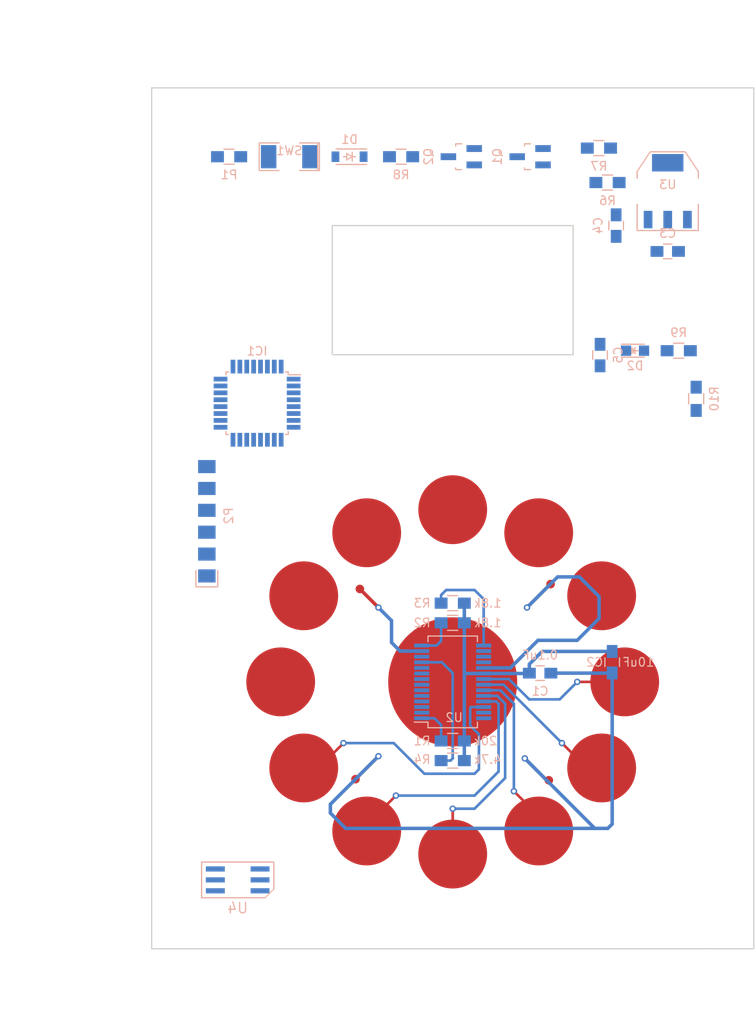
<source format=kicad_pcb>
(kicad_pcb (version 4) (host pcbnew 4.0.2-4+6225~38~ubuntu14.04.1-stable)

  (general
    (links 79)
    (no_connects 58)
    (area 114.924999 34.924999 185.075001 135.075001)
    (thickness 1.6)
    (drawings 43)
    (tracks 112)
    (zones 0)
    (modules 26)
    (nets 57)
  )

  (page A4)
  (layers
    (0 F.Cu signal)
    (31 B.Cu signal)
    (32 B.Adhes user)
    (33 F.Adhes user)
    (34 B.Paste user)
    (35 F.Paste user)
    (36 B.SilkS user)
    (37 F.SilkS user)
    (38 B.Mask user)
    (39 F.Mask user)
    (40 Dwgs.User user)
    (41 Cmts.User user)
    (42 Eco1.User user)
    (43 Eco2.User user)
    (44 Edge.Cuts user)
    (45 Margin user)
    (46 B.CrtYd user)
    (47 F.CrtYd user hide)
    (48 B.Fab user)
    (49 F.Fab user)
  )

  (setup
    (last_trace_width 0.305)
    (trace_clearance 0.2)
    (zone_clearance 0.508)
    (zone_45_only no)
    (trace_min 0.2)
    (segment_width 0.2)
    (edge_width 0.15)
    (via_size 0.75)
    (via_drill 0.4)
    (via_min_size 0.4)
    (via_min_drill 0.3)
    (uvia_size 0.3)
    (uvia_drill 0.1)
    (uvias_allowed no)
    (uvia_min_size 0.2)
    (uvia_min_drill 0.1)
    (pcb_text_width 0.3)
    (pcb_text_size 1.5 1.5)
    (mod_edge_width 0.15)
    (mod_text_size 1 1)
    (mod_text_width 0.15)
    (pad_size 1.524 1.524)
    (pad_drill 0.762)
    (pad_to_mask_clearance 0.2)
    (aux_axis_origin 0 0)
    (grid_origin 150 104)
    (visible_elements 7FFFF77F)
    (pcbplotparams
      (layerselection 0x00030_80000001)
      (usegerberextensions false)
      (excludeedgelayer true)
      (linewidth 0.100000)
      (plotframeref false)
      (viasonmask false)
      (mode 1)
      (useauxorigin false)
      (hpglpennumber 1)
      (hpglpenspeed 20)
      (hpglpendiameter 15)
      (hpglpenoverlay 2)
      (psnegative false)
      (psa4output false)
      (plotreference true)
      (plotvalue true)
      (plotinvisibletext false)
      (padsonsilk false)
      (subtractmaskfromsilk false)
      (outputformat 1)
      (mirror false)
      (drillshape 1)
      (scaleselection 1)
      (outputdirectory ""))
  )

  (net 0 "")
  (net 1 "Net-(IC1-Pad1)")
  (net 2 "Net-(IC1-Pad2)")
  (net 3 "Net-(IC1-Pad7)")
  (net 4 "Net-(IC1-Pad8)")
  (net 5 "Net-(IC1-Pad9)")
  (net 6 "Net-(IC1-Pad12)")
  (net 7 "Net-(IC1-Pad14)")
  (net 8 "Net-(IC1-Pad18)")
  (net 9 "Net-(IC1-Pad19)")
  (net 10 "Net-(IC1-Pad20)")
  (net 11 "Net-(IC1-Pad22)")
  (net 12 "Net-(IC1-Pad23)")
  (net 13 "Net-(IC1-Pad24)")
  (net 14 "Net-(IC1-Pad25)")
  (net 15 "Net-(IC1-Pad26)")
  (net 16 /SDA)
  (net 17 /SCL)
  (net 18 "Net-(IC1-Pad30)")
  (net 19 "Net-(IC1-Pad31)")
  (net 20 /INT)
  (net 21 /RX12)
  (net 22 /RX11)
  (net 23 /RX10)
  (net 24 /RX9)
  (net 25 /RX2)
  (net 26 /RX0)
  (net 27 /RX1)
  (net 28 /RX8)
  (net 29 /RX7)
  (net 30 /RX6)
  (net 31 /RX3)
  (net 32 /RX5)
  (net 33 /RX4)
  (net 34 "Net-(U2-Pad6)")
  (net 35 "Net-(U2-Pad9)")
  (net 36 "Net-(U2-Pad10)")
  (net 37 "Net-(U2-Pad27)")
  (net 38 "Net-(U2-Pad28)")
  (net 39 GND)
  (net 40 "Net-(R1-Pad2)")
  (net 41 /3V3)
  (net 42 /SWITCHED_POWER)
  (net 43 /POWER)
  (net 44 "Net-(D1-Pad2)")
  (net 45 "Net-(D2-Pad2)")
  (net 46 /NBASE_ON)
  (net 47 /MOSI)
  (net 48 /MISO)
  (net 49 /SCK)
  (net 50 /RESET)
  (net 51 /NBASE)
  (net 52 /PBASE)
  (net 53 /DI)
  (net 54 /CI)
  (net 55 /VCC)
  (net 56 "Net-(U2-Pad12)")

  (net_class Default "This is the default net class."
    (clearance 0.2)
    (trace_width 0.305)
    (via_dia 0.75)
    (via_drill 0.4)
    (uvia_dia 0.3)
    (uvia_drill 0.1)
    (add_net /CI)
    (add_net /DI)
    (add_net /INT)
    (add_net /MISO)
    (add_net /MOSI)
    (add_net /NBASE)
    (add_net /NBASE_ON)
    (add_net /PBASE)
    (add_net /RESET)
    (add_net /RX0)
    (add_net /RX1)
    (add_net /RX10)
    (add_net /RX11)
    (add_net /RX12)
    (add_net /RX2)
    (add_net /RX3)
    (add_net /RX4)
    (add_net /RX5)
    (add_net /RX6)
    (add_net /RX7)
    (add_net /RX8)
    (add_net /RX9)
    (add_net /SCK)
    (add_net /SCL)
    (add_net /SDA)
    (add_net /VCC)
    (add_net "Net-(D1-Pad2)")
    (add_net "Net-(D2-Pad2)")
    (add_net "Net-(IC1-Pad1)")
    (add_net "Net-(IC1-Pad12)")
    (add_net "Net-(IC1-Pad14)")
    (add_net "Net-(IC1-Pad18)")
    (add_net "Net-(IC1-Pad19)")
    (add_net "Net-(IC1-Pad2)")
    (add_net "Net-(IC1-Pad20)")
    (add_net "Net-(IC1-Pad22)")
    (add_net "Net-(IC1-Pad23)")
    (add_net "Net-(IC1-Pad24)")
    (add_net "Net-(IC1-Pad25)")
    (add_net "Net-(IC1-Pad26)")
    (add_net "Net-(IC1-Pad30)")
    (add_net "Net-(IC1-Pad31)")
    (add_net "Net-(IC1-Pad7)")
    (add_net "Net-(IC1-Pad8)")
    (add_net "Net-(IC1-Pad9)")
    (add_net "Net-(R1-Pad2)")
    (add_net "Net-(U2-Pad10)")
    (add_net "Net-(U2-Pad12)")
    (add_net "Net-(U2-Pad27)")
    (add_net "Net-(U2-Pad28)")
    (add_net "Net-(U2-Pad6)")
    (add_net "Net-(U2-Pad9)")
  )

  (net_class GND ""
    (clearance 0.2)
    (trace_width 0.406)
    (via_dia 0.75)
    (via_drill 0.4)
    (uvia_dia 0.3)
    (uvia_drill 0.1)
    (add_net GND)
  )

  (net_class VCC ""
    (clearance 0.2)
    (trace_width 0.406)
    (via_dia 0.75)
    (via_drill 0.4)
    (uvia_dia 0.3)
    (uvia_drill 0.1)
    (add_net /3V3)
    (add_net /POWER)
    (add_net /SWITCHED_POWER)
  )

  (module touch_timer:CPA_12 (layer F.Cu) (tedit 570B97C0) (tstamp 570E3B2A)
    (at 150 104)
    (path /5704144A)
    (fp_text reference U1 (at 0 -24.975) (layer F.SilkS) hide
      (effects (font (size 1.2 1.2) (thickness 0.15)))
    )
    (fp_text value TOUCH_PAD_13 (at 0 24.975) (layer F.Fab) hide
      (effects (font (size 1.2 1.2) (thickness 0.15)))
    )
    (pad 14 smd circle (at -10.795 -10.795) (size 1 1) (layers F.Cu)
      (net 39 GND))
    (pad 14 smd circle (at 11.3792 -11.3538) (size 1 1) (layers F.Cu)
      (net 39 GND))
    (pad 14 smd circle (at 11.176 11.43) (size 1 1) (layers F.Cu)
      (net 39 GND))
    (pad 14 smd circle (at -11.303 11.303) (size 1 1) (layers F.Cu)
      (net 39 GND))
    (pad 13 smd circle (at 0 0) (size 15 15) (layers F.Cu)
      (net 21 /RX12))
    (pad 1 smd circle (at 0 -20) (size 8 8) (layers F.Cu)
      (net 26 /RX0))
    (pad 2 smd circle (at 9.999999 -17.320508) (size 8 8) (layers F.Cu)
      (net 27 /RX1))
    (pad 3 smd circle (at 17.320508 -10) (size 8 8) (layers F.Cu)
      (net 25 /RX2))
    (pad 4 smd circle (at 20 0) (size 8 8) (layers F.Cu)
      (net 31 /RX3))
    (pad 5 smd circle (at 17.320508 9.999999) (size 8 8) (layers F.Cu)
      (net 33 /RX4))
    (pad 6 smd circle (at 9.999999 17.320508) (size 8 8) (layers F.Cu)
      (net 32 /RX5))
    (pad 7 smd circle (at 0 20) (size 8 8) (layers F.Cu)
      (net 30 /RX6))
    (pad 8 smd circle (at -10 17.320508) (size 8 8) (layers F.Cu)
      (net 29 /RX7))
    (pad 9 smd circle (at -17.320508 10) (size 8 8) (layers F.Cu)
      (net 28 /RX8))
    (pad 10 smd circle (at -20 0) (size 8 8) (layers F.Cu)
      (net 24 /RX9))
    (pad 11 smd circle (at -17.320508 -10) (size 8 8) (layers F.Cu)
      (net 23 /RX10))
    (pad 12 smd circle (at -10 -17.320508) (size 8 8) (layers F.Cu)
      (net 22 /RX11))
  )

  (module Housings_QFP:TQFP-32_7x7mm_Pitch0.8mm (layer B.Cu) (tedit 54130A77) (tstamp 5703B7CB)
    (at 127.254 71.628 180)
    (descr "32-Lead Plastic Thin Quad Flatpack (PT) - 7x7x1.0 mm Body, 2.00 mm [TQFP] (see Microchip Packaging Specification 00000049BS.pdf)")
    (tags "QFP 0.8")
    (path /5703AB3B)
    (attr smd)
    (fp_text reference IC1 (at 0 6.05 180) (layer B.SilkS)
      (effects (font (size 1 1) (thickness 0.15)) (justify mirror))
    )
    (fp_text value ATMEGA328P-A (at 0 -6.05 180) (layer B.Fab)
      (effects (font (size 1 1) (thickness 0.15)) (justify mirror))
    )
    (fp_line (start -5.3 5.3) (end -5.3 -5.3) (layer B.CrtYd) (width 0.05))
    (fp_line (start 5.3 5.3) (end 5.3 -5.3) (layer B.CrtYd) (width 0.05))
    (fp_line (start -5.3 5.3) (end 5.3 5.3) (layer B.CrtYd) (width 0.05))
    (fp_line (start -5.3 -5.3) (end 5.3 -5.3) (layer B.CrtYd) (width 0.05))
    (fp_line (start -3.625 3.625) (end -3.625 3.3) (layer B.SilkS) (width 0.15))
    (fp_line (start 3.625 3.625) (end 3.625 3.3) (layer B.SilkS) (width 0.15))
    (fp_line (start 3.625 -3.625) (end 3.625 -3.3) (layer B.SilkS) (width 0.15))
    (fp_line (start -3.625 -3.625) (end -3.625 -3.3) (layer B.SilkS) (width 0.15))
    (fp_line (start -3.625 3.625) (end -3.3 3.625) (layer B.SilkS) (width 0.15))
    (fp_line (start -3.625 -3.625) (end -3.3 -3.625) (layer B.SilkS) (width 0.15))
    (fp_line (start 3.625 -3.625) (end 3.3 -3.625) (layer B.SilkS) (width 0.15))
    (fp_line (start 3.625 3.625) (end 3.3 3.625) (layer B.SilkS) (width 0.15))
    (fp_line (start -3.625 3.3) (end -5.05 3.3) (layer B.SilkS) (width 0.15))
    (pad 1 smd rect (at -4.25 2.8 180) (size 1.6 0.55) (layers B.Cu B.Paste B.Mask)
      (net 1 "Net-(IC1-Pad1)"))
    (pad 2 smd rect (at -4.25 2 180) (size 1.6 0.55) (layers B.Cu B.Paste B.Mask)
      (net 2 "Net-(IC1-Pad2)"))
    (pad 3 smd rect (at -4.25 1.2 180) (size 1.6 0.55) (layers B.Cu B.Paste B.Mask)
      (net 39 GND))
    (pad 4 smd rect (at -4.25 0.4 180) (size 1.6 0.55) (layers B.Cu B.Paste B.Mask)
      (net 41 /3V3))
    (pad 5 smd rect (at -4.25 -0.4 180) (size 1.6 0.55) (layers B.Cu B.Paste B.Mask)
      (net 39 GND))
    (pad 6 smd rect (at -4.25 -1.2 180) (size 1.6 0.55) (layers B.Cu B.Paste B.Mask)
      (net 41 /3V3))
    (pad 7 smd rect (at -4.25 -2 180) (size 1.6 0.55) (layers B.Cu B.Paste B.Mask)
      (net 3 "Net-(IC1-Pad7)"))
    (pad 8 smd rect (at -4.25 -2.8 180) (size 1.6 0.55) (layers B.Cu B.Paste B.Mask)
      (net 4 "Net-(IC1-Pad8)"))
    (pad 9 smd rect (at -2.8 -4.25 90) (size 1.6 0.55) (layers B.Cu B.Paste B.Mask)
      (net 5 "Net-(IC1-Pad9)"))
    (pad 10 smd rect (at -2 -4.25 90) (size 1.6 0.55) (layers B.Cu B.Paste B.Mask)
      (net 53 /DI))
    (pad 11 smd rect (at -1.2 -4.25 90) (size 1.6 0.55) (layers B.Cu B.Paste B.Mask)
      (net 54 /CI))
    (pad 12 smd rect (at -0.4 -4.25 90) (size 1.6 0.55) (layers B.Cu B.Paste B.Mask)
      (net 6 "Net-(IC1-Pad12)"))
    (pad 13 smd rect (at 0.4 -4.25 90) (size 1.6 0.55) (layers B.Cu B.Paste B.Mask)
      (net 46 /NBASE_ON))
    (pad 14 smd rect (at 1.2 -4.25 90) (size 1.6 0.55) (layers B.Cu B.Paste B.Mask)
      (net 7 "Net-(IC1-Pad14)"))
    (pad 15 smd rect (at 2 -4.25 90) (size 1.6 0.55) (layers B.Cu B.Paste B.Mask)
      (net 47 /MOSI))
    (pad 16 smd rect (at 2.8 -4.25 90) (size 1.6 0.55) (layers B.Cu B.Paste B.Mask)
      (net 48 /MISO))
    (pad 17 smd rect (at 4.25 -2.8 180) (size 1.6 0.55) (layers B.Cu B.Paste B.Mask)
      (net 49 /SCK))
    (pad 18 smd rect (at 4.25 -2 180) (size 1.6 0.55) (layers B.Cu B.Paste B.Mask)
      (net 8 "Net-(IC1-Pad18)"))
    (pad 19 smd rect (at 4.25 -1.2 180) (size 1.6 0.55) (layers B.Cu B.Paste B.Mask)
      (net 9 "Net-(IC1-Pad19)"))
    (pad 20 smd rect (at 4.25 -0.4 180) (size 1.6 0.55) (layers B.Cu B.Paste B.Mask)
      (net 10 "Net-(IC1-Pad20)"))
    (pad 21 smd rect (at 4.25 0.4 180) (size 1.6 0.55) (layers B.Cu B.Paste B.Mask)
      (net 39 GND))
    (pad 22 smd rect (at 4.25 1.2 180) (size 1.6 0.55) (layers B.Cu B.Paste B.Mask)
      (net 11 "Net-(IC1-Pad22)"))
    (pad 23 smd rect (at 4.25 2 180) (size 1.6 0.55) (layers B.Cu B.Paste B.Mask)
      (net 12 "Net-(IC1-Pad23)"))
    (pad 24 smd rect (at 4.25 2.8 180) (size 1.6 0.55) (layers B.Cu B.Paste B.Mask)
      (net 13 "Net-(IC1-Pad24)"))
    (pad 25 smd rect (at 2.8 4.25 90) (size 1.6 0.55) (layers B.Cu B.Paste B.Mask)
      (net 14 "Net-(IC1-Pad25)"))
    (pad 26 smd rect (at 2 4.25 90) (size 1.6 0.55) (layers B.Cu B.Paste B.Mask)
      (net 15 "Net-(IC1-Pad26)"))
    (pad 27 smd rect (at 1.2 4.25 90) (size 1.6 0.55) (layers B.Cu B.Paste B.Mask)
      (net 16 /SDA))
    (pad 28 smd rect (at 0.4 4.25 90) (size 1.6 0.55) (layers B.Cu B.Paste B.Mask)
      (net 17 /SCL))
    (pad 29 smd rect (at -0.4 4.25 90) (size 1.6 0.55) (layers B.Cu B.Paste B.Mask)
      (net 50 /RESET))
    (pad 30 smd rect (at -1.2 4.25 90) (size 1.6 0.55) (layers B.Cu B.Paste B.Mask)
      (net 18 "Net-(IC1-Pad30)"))
    (pad 31 smd rect (at -2 4.25 90) (size 1.6 0.55) (layers B.Cu B.Paste B.Mask)
      (net 19 "Net-(IC1-Pad31)"))
    (pad 32 smd rect (at -2.8 4.25 90) (size 1.6 0.55) (layers B.Cu B.Paste B.Mask)
      (net 20 /INT))
    (model Housings_QFP.3dshapes/TQFP-32_7x7mm_Pitch0.8mm.wrl
      (at (xyz 0 0 0))
      (scale (xyz 1 1 1))
      (rotate (xyz 0 0 0))
    )
  )

  (module Capacitors_SMD:C_0805_HandSoldering (layer B.Cu) (tedit 570E3B84) (tstamp 5704FBD7)
    (at 160.16 102.984)
    (descr "Capacitor SMD 0805, hand soldering")
    (tags "capacitor 0805")
    (path /5704FB03)
    (attr smd)
    (fp_text reference C1 (at 0 2.1) (layer B.SilkS)
      (effects (font (size 1 1) (thickness 0.15)) (justify mirror))
    )
    (fp_text value 0.1uF (at 0 -2.1) (layer B.SilkS)
      (effects (font (size 1 1) (thickness 0.15)) (justify mirror))
    )
    (fp_line (start -2.3 1) (end 2.3 1) (layer B.CrtYd) (width 0.05))
    (fp_line (start -2.3 -1) (end 2.3 -1) (layer B.CrtYd) (width 0.05))
    (fp_line (start -2.3 1) (end -2.3 -1) (layer B.CrtYd) (width 0.05))
    (fp_line (start 2.3 1) (end 2.3 -1) (layer B.CrtYd) (width 0.05))
    (fp_line (start 0.5 0.85) (end -0.5 0.85) (layer B.SilkS) (width 0.15))
    (fp_line (start -0.5 -0.85) (end 0.5 -0.85) (layer B.SilkS) (width 0.15))
    (pad 1 smd rect (at -1.25 0) (size 1.5 1.25) (layers B.Cu B.Paste B.Mask)
      (net 41 /3V3))
    (pad 2 smd rect (at 1.25 0) (size 1.5 1.25) (layers B.Cu B.Paste B.Mask)
      (net 39 GND))
    (model Capacitors_SMD.3dshapes/C_0805_HandSoldering.wrl
      (at (xyz 0 0 0))
      (scale (xyz 1 1 1))
      (rotate (xyz 0 0 0))
    )
  )

  (module Capacitors_SMD:C_0805_HandSoldering (layer B.Cu) (tedit 570E3BAE) (tstamp 5704FBDD)
    (at 168.542 101.714 270)
    (descr "Capacitor SMD 0805, hand soldering")
    (tags "capacitor 0805")
    (path /5704FB99)
    (attr smd)
    (fp_text reference C2 (at 0 2.032 360) (layer B.SilkS)
      (effects (font (size 1 1) (thickness 0.15)) (justify mirror))
    )
    (fp_text value 10uF (at 0 -3.048 360) (layer B.SilkS)
      (effects (font (size 1 1) (thickness 0.15)) (justify mirror))
    )
    (fp_line (start -2.3 1) (end 2.3 1) (layer B.CrtYd) (width 0.05))
    (fp_line (start -2.3 -1) (end 2.3 -1) (layer B.CrtYd) (width 0.05))
    (fp_line (start -2.3 1) (end -2.3 -1) (layer B.CrtYd) (width 0.05))
    (fp_line (start 2.3 1) (end 2.3 -1) (layer B.CrtYd) (width 0.05))
    (fp_line (start 0.5 0.85) (end -0.5 0.85) (layer B.SilkS) (width 0.15))
    (fp_line (start -0.5 -0.85) (end 0.5 -0.85) (layer B.SilkS) (width 0.15))
    (pad 1 smd rect (at -1.25 0 270) (size 1.5 1.25) (layers B.Cu B.Paste B.Mask)
      (net 41 /3V3))
    (pad 2 smd rect (at 1.25 0 270) (size 1.5 1.25) (layers B.Cu B.Paste B.Mask)
      (net 39 GND))
    (model Capacitors_SMD.3dshapes/C_0805_HandSoldering.wrl
      (at (xyz 0 0 0))
      (scale (xyz 1 1 1))
      (rotate (xyz 0 0 0))
    )
  )

  (module Resistors_SMD:R_0805_HandSoldering (layer B.Cu) (tedit 570E3C05) (tstamp 5704FBE3)
    (at 150 110.858 180)
    (descr "Resistor SMD 0805, hand soldering")
    (tags "resistor 0805")
    (path /5704F972)
    (attr smd)
    (fp_text reference R1 (at 3.556 0 180) (layer B.SilkS)
      (effects (font (size 1 1) (thickness 0.15)) (justify mirror))
    )
    (fp_text value 20k (at -3.81 0 180) (layer B.SilkS)
      (effects (font (size 1 1) (thickness 0.15)) (justify mirror))
    )
    (fp_line (start -2.4 1) (end 2.4 1) (layer B.CrtYd) (width 0.05))
    (fp_line (start -2.4 -1) (end 2.4 -1) (layer B.CrtYd) (width 0.05))
    (fp_line (start -2.4 1) (end -2.4 -1) (layer B.CrtYd) (width 0.05))
    (fp_line (start 2.4 1) (end 2.4 -1) (layer B.CrtYd) (width 0.05))
    (fp_line (start 0.6 -0.875) (end -0.6 -0.875) (layer B.SilkS) (width 0.15))
    (fp_line (start -0.6 0.875) (end 0.6 0.875) (layer B.SilkS) (width 0.15))
    (pad 1 smd rect (at -1.35 0 180) (size 1.5 1.3) (layers B.Cu B.Paste B.Mask)
      (net 41 /3V3))
    (pad 2 smd rect (at 1.35 0 180) (size 1.5 1.3) (layers B.Cu B.Paste B.Mask)
      (net 40 "Net-(R1-Pad2)"))
    (model Resistors_SMD.3dshapes/R_0805_HandSoldering.wrl
      (at (xyz 0 0 0))
      (scale (xyz 1 1 1))
      (rotate (xyz 0 0 0))
    )
  )

  (module Resistors_SMD:R_0805_HandSoldering (layer B.Cu) (tedit 570E3B70) (tstamp 5704FBE9)
    (at 150 97.142 180)
    (descr "Resistor SMD 0805, hand soldering")
    (tags "resistor 0805")
    (path /5704F448)
    (attr smd)
    (fp_text reference R2 (at 3.556 0 180) (layer B.SilkS)
      (effects (font (size 1 1) (thickness 0.15)) (justify mirror))
    )
    (fp_text value 1.8k (at -4.064 0 180) (layer B.SilkS)
      (effects (font (size 1 1) (thickness 0.15)) (justify mirror))
    )
    (fp_line (start -2.4 1) (end 2.4 1) (layer B.CrtYd) (width 0.05))
    (fp_line (start -2.4 -1) (end 2.4 -1) (layer B.CrtYd) (width 0.05))
    (fp_line (start -2.4 1) (end -2.4 -1) (layer B.CrtYd) (width 0.05))
    (fp_line (start 2.4 1) (end 2.4 -1) (layer B.CrtYd) (width 0.05))
    (fp_line (start 0.6 -0.875) (end -0.6 -0.875) (layer B.SilkS) (width 0.15))
    (fp_line (start -0.6 0.875) (end 0.6 0.875) (layer B.SilkS) (width 0.15))
    (pad 1 smd rect (at -1.35 0 180) (size 1.5 1.3) (layers B.Cu B.Paste B.Mask)
      (net 41 /3V3))
    (pad 2 smd rect (at 1.35 0 180) (size 1.5 1.3) (layers B.Cu B.Paste B.Mask)
      (net 16 /SDA))
    (model Resistors_SMD.3dshapes/R_0805_HandSoldering.wrl
      (at (xyz 0 0 0))
      (scale (xyz 1 1 1))
      (rotate (xyz 0 0 0))
    )
  )

  (module Resistors_SMD:R_0805_HandSoldering (layer B.Cu) (tedit 570E3B69) (tstamp 5704FBEF)
    (at 150 94.856 180)
    (descr "Resistor SMD 0805, hand soldering")
    (tags "resistor 0805")
    (path /5704F490)
    (attr smd)
    (fp_text reference R3 (at 3.556 0 180) (layer B.SilkS)
      (effects (font (size 1 1) (thickness 0.15)) (justify mirror))
    )
    (fp_text value 1.8k (at -4.064 0 180) (layer B.SilkS)
      (effects (font (size 1 1) (thickness 0.15)) (justify mirror))
    )
    (fp_line (start -2.4 1) (end 2.4 1) (layer B.CrtYd) (width 0.05))
    (fp_line (start -2.4 -1) (end 2.4 -1) (layer B.CrtYd) (width 0.05))
    (fp_line (start -2.4 1) (end -2.4 -1) (layer B.CrtYd) (width 0.05))
    (fp_line (start 2.4 1) (end 2.4 -1) (layer B.CrtYd) (width 0.05))
    (fp_line (start 0.6 -0.875) (end -0.6 -0.875) (layer B.SilkS) (width 0.15))
    (fp_line (start -0.6 0.875) (end 0.6 0.875) (layer B.SilkS) (width 0.15))
    (pad 1 smd rect (at -1.35 0 180) (size 1.5 1.3) (layers B.Cu B.Paste B.Mask)
      (net 41 /3V3))
    (pad 2 smd rect (at 1.35 0 180) (size 1.5 1.3) (layers B.Cu B.Paste B.Mask)
      (net 17 /SCL))
    (model Resistors_SMD.3dshapes/R_0805_HandSoldering.wrl
      (at (xyz 0 0 0))
      (scale (xyz 1 1 1))
      (rotate (xyz 0 0 0))
    )
  )

  (module Resistors_SMD:R_0805_HandSoldering (layer B.Cu) (tedit 570E3BDE) (tstamp 5704FBF5)
    (at 150 113.144 180)
    (descr "Resistor SMD 0805, hand soldering")
    (tags "resistor 0805")
    (path /5704F5FC)
    (attr smd)
    (fp_text reference R4 (at 3.556 0.127 180) (layer B.SilkS)
      (effects (font (size 1 1) (thickness 0.15)) (justify mirror))
    )
    (fp_text value 4.7k (at -4.064 0.127 180) (layer B.SilkS)
      (effects (font (size 1 1) (thickness 0.15)) (justify mirror))
    )
    (fp_line (start -2.4 1) (end 2.4 1) (layer B.CrtYd) (width 0.05))
    (fp_line (start -2.4 -1) (end 2.4 -1) (layer B.CrtYd) (width 0.05))
    (fp_line (start -2.4 1) (end -2.4 -1) (layer B.CrtYd) (width 0.05))
    (fp_line (start 2.4 1) (end 2.4 -1) (layer B.CrtYd) (width 0.05))
    (fp_line (start 0.6 -0.875) (end -0.6 -0.875) (layer B.SilkS) (width 0.15))
    (fp_line (start -0.6 0.875) (end 0.6 0.875) (layer B.SilkS) (width 0.15))
    (pad 1 smd rect (at -1.35 0 180) (size 1.5 1.3) (layers B.Cu B.Paste B.Mask)
      (net 41 /3V3))
    (pad 2 smd rect (at 1.35 0 180) (size 1.5 1.3) (layers B.Cu B.Paste B.Mask)
      (net 20 /INT))
    (model Resistors_SMD.3dshapes/R_0805_HandSoldering.wrl
      (at (xyz 0 0 0))
      (scale (xyz 1 1 1))
      (rotate (xyz 0 0 0))
    )
  )

  (module Capacitors_SMD:C_0805_HandSoldering (layer B.Cu) (tedit 541A9B8D) (tstamp 57055EF2)
    (at 175 54 180)
    (descr "Capacitor SMD 0805, hand soldering")
    (tags "capacitor 0805")
    (path /5705660F)
    (attr smd)
    (fp_text reference C3 (at 0 2.1 180) (layer B.SilkS)
      (effects (font (size 1 1) (thickness 0.15)) (justify mirror))
    )
    (fp_text value 1uF (at 0 -2.1 180) (layer B.Fab)
      (effects (font (size 1 1) (thickness 0.15)) (justify mirror))
    )
    (fp_line (start -2.3 1) (end 2.3 1) (layer B.CrtYd) (width 0.05))
    (fp_line (start -2.3 -1) (end 2.3 -1) (layer B.CrtYd) (width 0.05))
    (fp_line (start -2.3 1) (end -2.3 -1) (layer B.CrtYd) (width 0.05))
    (fp_line (start 2.3 1) (end 2.3 -1) (layer B.CrtYd) (width 0.05))
    (fp_line (start 0.5 0.85) (end -0.5 0.85) (layer B.SilkS) (width 0.15))
    (fp_line (start -0.5 -0.85) (end 0.5 -0.85) (layer B.SilkS) (width 0.15))
    (pad 1 smd rect (at -1.25 0 180) (size 1.5 1.25) (layers B.Cu B.Paste B.Mask)
      (net 42 /SWITCHED_POWER))
    (pad 2 smd rect (at 1.25 0 180) (size 1.5 1.25) (layers B.Cu B.Paste B.Mask)
      (net 39 GND))
    (model Capacitors_SMD.3dshapes/C_0805_HandSoldering.wrl
      (at (xyz 0 0 0))
      (scale (xyz 1 1 1))
      (rotate (xyz 0 0 0))
    )
  )

  (module Capacitors_SMD:C_0805_HandSoldering (layer B.Cu) (tedit 541A9B8D) (tstamp 57055EF8)
    (at 169 51 270)
    (descr "Capacitor SMD 0805, hand soldering")
    (tags "capacitor 0805")
    (path /5705660E)
    (attr smd)
    (fp_text reference C4 (at 0 2.1 270) (layer B.SilkS)
      (effects (font (size 1 1) (thickness 0.15)) (justify mirror))
    )
    (fp_text value 1uF (at 0 -2.1 270) (layer B.Fab)
      (effects (font (size 1 1) (thickness 0.15)) (justify mirror))
    )
    (fp_line (start -2.3 1) (end 2.3 1) (layer B.CrtYd) (width 0.05))
    (fp_line (start -2.3 -1) (end 2.3 -1) (layer B.CrtYd) (width 0.05))
    (fp_line (start -2.3 1) (end -2.3 -1) (layer B.CrtYd) (width 0.05))
    (fp_line (start 2.3 1) (end 2.3 -1) (layer B.CrtYd) (width 0.05))
    (fp_line (start 0.5 0.85) (end -0.5 0.85) (layer B.SilkS) (width 0.15))
    (fp_line (start -0.5 -0.85) (end 0.5 -0.85) (layer B.SilkS) (width 0.15))
    (pad 1 smd rect (at -1.25 0 270) (size 1.5 1.25) (layers B.Cu B.Paste B.Mask)
      (net 41 /3V3))
    (pad 2 smd rect (at 1.25 0 270) (size 1.5 1.25) (layers B.Cu B.Paste B.Mask)
      (net 39 GND))
    (model Capacitors_SMD.3dshapes/C_0805_HandSoldering.wrl
      (at (xyz 0 0 0))
      (scale (xyz 1 1 1))
      (rotate (xyz 0 0 0))
    )
  )

  (module Capacitors_SMD:C_0805_HandSoldering (layer B.Cu) (tedit 541A9B8D) (tstamp 57055EFE)
    (at 167.132 66.04 90)
    (descr "Capacitor SMD 0805, hand soldering")
    (tags "capacitor 0805")
    (path /57056618)
    (attr smd)
    (fp_text reference C5 (at 0 2.1 90) (layer B.SilkS)
      (effects (font (size 1 1) (thickness 0.15)) (justify mirror))
    )
    (fp_text value 0.1uF (at 0 -2.1 90) (layer B.Fab)
      (effects (font (size 1 1) (thickness 0.15)) (justify mirror))
    )
    (fp_line (start -2.3 1) (end 2.3 1) (layer B.CrtYd) (width 0.05))
    (fp_line (start -2.3 -1) (end 2.3 -1) (layer B.CrtYd) (width 0.05))
    (fp_line (start -2.3 1) (end -2.3 -1) (layer B.CrtYd) (width 0.05))
    (fp_line (start 2.3 1) (end 2.3 -1) (layer B.CrtYd) (width 0.05))
    (fp_line (start 0.5 0.85) (end -0.5 0.85) (layer B.SilkS) (width 0.15))
    (fp_line (start -0.5 -0.85) (end 0.5 -0.85) (layer B.SilkS) (width 0.15))
    (pad 1 smd rect (at -1.25 0 90) (size 1.5 1.25) (layers B.Cu B.Paste B.Mask)
      (net 41 /3V3))
    (pad 2 smd rect (at 1.25 0 90) (size 1.5 1.25) (layers B.Cu B.Paste B.Mask)
      (net 39 GND))
    (model Capacitors_SMD.3dshapes/C_0805_HandSoldering.wrl
      (at (xyz 0 0 0))
      (scale (xyz 1 1 1))
      (rotate (xyz 0 0 0))
    )
  )

  (module Diodes_SMD:SOD-123 (layer B.Cu) (tedit 5530FCB9) (tstamp 57055F04)
    (at 138 43 180)
    (descr SOD-123)
    (tags SOD-123)
    (path /5705662C)
    (attr smd)
    (fp_text reference D1 (at 0 2 180) (layer B.SilkS)
      (effects (font (size 1 1) (thickness 0.15)) (justify mirror))
    )
    (fp_text value D_Schottky (at 0 -2.1 180) (layer B.Fab)
      (effects (font (size 1 1) (thickness 0.15)) (justify mirror))
    )
    (fp_line (start 0.3175 0) (end 0.6985 0) (layer B.SilkS) (width 0.15))
    (fp_line (start -0.6985 0) (end -0.3175 0) (layer B.SilkS) (width 0.15))
    (fp_line (start -0.3175 0) (end 0.3175 0.381) (layer B.SilkS) (width 0.15))
    (fp_line (start 0.3175 0.381) (end 0.3175 -0.381) (layer B.SilkS) (width 0.15))
    (fp_line (start 0.3175 -0.381) (end -0.3175 0) (layer B.SilkS) (width 0.15))
    (fp_line (start -0.3175 0.508) (end -0.3175 -0.508) (layer B.SilkS) (width 0.15))
    (fp_line (start -2.25 1.05) (end 2.25 1.05) (layer B.CrtYd) (width 0.05))
    (fp_line (start 2.25 1.05) (end 2.25 -1.05) (layer B.CrtYd) (width 0.05))
    (fp_line (start 2.25 -1.05) (end -2.25 -1.05) (layer B.CrtYd) (width 0.05))
    (fp_line (start -2.25 1.05) (end -2.25 -1.05) (layer B.CrtYd) (width 0.05))
    (fp_line (start -2 -0.9) (end 1.54 -0.9) (layer B.SilkS) (width 0.15))
    (fp_line (start -2 0.9) (end 1.54 0.9) (layer B.SilkS) (width 0.15))
    (pad 1 smd rect (at -1.635 0 180) (size 0.91 1.22) (layers B.Cu B.Paste B.Mask)
      (net 43 /POWER))
    (pad 2 smd rect (at 1.635 0 180) (size 0.91 1.22) (layers B.Cu B.Paste B.Mask)
      (net 44 "Net-(D1-Pad2)"))
  )

  (module LEDs:LED_0805 (layer B.Cu) (tedit 55BDE1C2) (tstamp 57055F0A)
    (at 171.196 65.532)
    (descr "LED 0805 smd package")
    (tags "LED 0805 SMD")
    (path /57056630)
    (attr smd)
    (fp_text reference D2 (at 0 1.75) (layer B.SilkS)
      (effects (font (size 1 1) (thickness 0.15)) (justify mirror))
    )
    (fp_text value Led (at 0 -1.75) (layer B.Fab)
      (effects (font (size 1 1) (thickness 0.15)) (justify mirror))
    )
    (fp_line (start -1.6 -0.75) (end 1.1 -0.75) (layer B.SilkS) (width 0.15))
    (fp_line (start -1.6 0.75) (end 1.1 0.75) (layer B.SilkS) (width 0.15))
    (fp_line (start -0.1 -0.15) (end -0.1 0.1) (layer B.SilkS) (width 0.15))
    (fp_line (start -0.1 0.1) (end -0.25 -0.05) (layer B.SilkS) (width 0.15))
    (fp_line (start -0.35 0.35) (end -0.35 -0.35) (layer B.SilkS) (width 0.15))
    (fp_line (start 0 0) (end 0.35 0) (layer B.SilkS) (width 0.15))
    (fp_line (start -0.35 0) (end 0 0.35) (layer B.SilkS) (width 0.15))
    (fp_line (start 0 0.35) (end 0 -0.35) (layer B.SilkS) (width 0.15))
    (fp_line (start 0 -0.35) (end -0.35 0) (layer B.SilkS) (width 0.15))
    (fp_line (start 1.9 0.95) (end 1.9 -0.95) (layer B.CrtYd) (width 0.05))
    (fp_line (start 1.9 -0.95) (end -1.9 -0.95) (layer B.CrtYd) (width 0.05))
    (fp_line (start -1.9 -0.95) (end -1.9 0.95) (layer B.CrtYd) (width 0.05))
    (fp_line (start -1.9 0.95) (end 1.9 0.95) (layer B.CrtYd) (width 0.05))
    (pad 2 smd rect (at 1.04902 0 180) (size 1.19888 1.19888) (layers B.Cu B.Paste B.Mask)
      (net 45 "Net-(D2-Pad2)"))
    (pad 1 smd rect (at -1.04902 0 180) (size 1.19888 1.19888) (layers B.Cu B.Paste B.Mask)
      (net 39 GND))
    (model LEDs.3dshapes/LED_0805.wrl
      (at (xyz 0 0 0))
      (scale (xyz 1 1 1))
      (rotate (xyz 0 0 0))
    )
  )

  (module TO_SOT_Packages_SMD:SOT-23_Handsoldering (layer B.Cu) (tedit 54E9291B) (tstamp 57055F21)
    (at 159 43 270)
    (descr "SOT-23, Handsoldering")
    (tags SOT-23)
    (path /5705661E)
    (attr smd)
    (fp_text reference Q1 (at 0 3.81 270) (layer B.SilkS)
      (effects (font (size 1 1) (thickness 0.15)) (justify mirror))
    )
    (fp_text value NMOS (at 0 -3.81 270) (layer B.Fab)
      (effects (font (size 1 1) (thickness 0.15)) (justify mirror))
    )
    (fp_line (start -1.49982 -0.0508) (end -1.49982 0.65024) (layer B.SilkS) (width 0.15))
    (fp_line (start -1.49982 0.65024) (end -1.2509 0.65024) (layer B.SilkS) (width 0.15))
    (fp_line (start 1.29916 0.65024) (end 1.49982 0.65024) (layer B.SilkS) (width 0.15))
    (fp_line (start 1.49982 0.65024) (end 1.49982 -0.0508) (layer B.SilkS) (width 0.15))
    (pad 1 smd rect (at -0.95 -1.50114 270) (size 0.8001 1.80086) (layers B.Cu B.Paste B.Mask)
      (net 51 /NBASE))
    (pad 2 smd rect (at 0.95 -1.50114 270) (size 0.8001 1.80086) (layers B.Cu B.Paste B.Mask)
      (net 39 GND))
    (pad 3 smd rect (at 0 1.50114 270) (size 0.8001 1.80086) (layers B.Cu B.Paste B.Mask)
      (net 52 /PBASE))
    (model TO_SOT_Packages_SMD.3dshapes/SOT-23_Handsoldering.wrl
      (at (xyz 0 0 0))
      (scale (xyz 1 1 1))
      (rotate (xyz 0 0 0))
    )
  )

  (module TO_SOT_Packages_SMD:SOT-23_Handsoldering (layer B.Cu) (tedit 54E9291B) (tstamp 57055F28)
    (at 151 43 270)
    (descr "SOT-23, Handsoldering")
    (tags SOT-23)
    (path /5705661D)
    (attr smd)
    (fp_text reference Q2 (at 0 3.81 270) (layer B.SilkS)
      (effects (font (size 1 1) (thickness 0.15)) (justify mirror))
    )
    (fp_text value PMOS (at 0 -3.81 270) (layer B.Fab)
      (effects (font (size 1 1) (thickness 0.15)) (justify mirror))
    )
    (fp_line (start -1.49982 -0.0508) (end -1.49982 0.65024) (layer B.SilkS) (width 0.15))
    (fp_line (start -1.49982 0.65024) (end -1.2509 0.65024) (layer B.SilkS) (width 0.15))
    (fp_line (start 1.29916 0.65024) (end 1.49982 0.65024) (layer B.SilkS) (width 0.15))
    (fp_line (start 1.49982 0.65024) (end 1.49982 -0.0508) (layer B.SilkS) (width 0.15))
    (pad 1 smd rect (at -0.95 -1.50114 270) (size 0.8001 1.80086) (layers B.Cu B.Paste B.Mask)
      (net 52 /PBASE))
    (pad 2 smd rect (at 0.95 -1.50114 270) (size 0.8001 1.80086) (layers B.Cu B.Paste B.Mask)
      (net 42 /SWITCHED_POWER))
    (pad 3 smd rect (at 0 1.50114 270) (size 0.8001 1.80086) (layers B.Cu B.Paste B.Mask)
      (net 43 /POWER))
    (model TO_SOT_Packages_SMD.3dshapes/SOT-23_Handsoldering.wrl
      (at (xyz 0 0 0))
      (scale (xyz 1 1 1))
      (rotate (xyz 0 0 0))
    )
  )

  (module Resistors_SMD:R_0805_HandSoldering (layer B.Cu) (tedit 54189DEE) (tstamp 57055F2E)
    (at 168 46)
    (descr "Resistor SMD 0805, hand soldering")
    (tags "resistor 0805")
    (path /5705660A)
    (attr smd)
    (fp_text reference R6 (at 0 2.1) (layer B.SilkS)
      (effects (font (size 1 1) (thickness 0.15)) (justify mirror))
    )
    (fp_text value 220 (at 0 -2.1) (layer B.Fab)
      (effects (font (size 1 1) (thickness 0.15)) (justify mirror))
    )
    (fp_line (start -2.4 1) (end 2.4 1) (layer B.CrtYd) (width 0.05))
    (fp_line (start -2.4 -1) (end 2.4 -1) (layer B.CrtYd) (width 0.05))
    (fp_line (start -2.4 1) (end -2.4 -1) (layer B.CrtYd) (width 0.05))
    (fp_line (start 2.4 1) (end 2.4 -1) (layer B.CrtYd) (width 0.05))
    (fp_line (start 0.6 -0.875) (end -0.6 -0.875) (layer B.SilkS) (width 0.15))
    (fp_line (start -0.6 0.875) (end 0.6 0.875) (layer B.SilkS) (width 0.15))
    (pad 1 smd rect (at -1.35 0) (size 1.5 1.3) (layers B.Cu B.Paste B.Mask)
      (net 51 /NBASE))
    (pad 2 smd rect (at 1.35 0) (size 1.5 1.3) (layers B.Cu B.Paste B.Mask)
      (net 46 /NBASE_ON))
    (model Resistors_SMD.3dshapes/R_0805_HandSoldering.wrl
      (at (xyz 0 0 0))
      (scale (xyz 1 1 1))
      (rotate (xyz 0 0 0))
    )
  )

  (module Resistors_SMD:R_0805_HandSoldering (layer B.Cu) (tedit 54189DEE) (tstamp 57055F34)
    (at 167 42)
    (descr "Resistor SMD 0805, hand soldering")
    (tags "resistor 0805")
    (path /57056616)
    (attr smd)
    (fp_text reference R7 (at 0 2.1) (layer B.SilkS)
      (effects (font (size 1 1) (thickness 0.15)) (justify mirror))
    )
    (fp_text value 10K (at 0 -2.1) (layer B.Fab)
      (effects (font (size 1 1) (thickness 0.15)) (justify mirror))
    )
    (fp_line (start -2.4 1) (end 2.4 1) (layer B.CrtYd) (width 0.05))
    (fp_line (start -2.4 -1) (end 2.4 -1) (layer B.CrtYd) (width 0.05))
    (fp_line (start -2.4 1) (end -2.4 -1) (layer B.CrtYd) (width 0.05))
    (fp_line (start 2.4 1) (end 2.4 -1) (layer B.CrtYd) (width 0.05))
    (fp_line (start 0.6 -0.875) (end -0.6 -0.875) (layer B.SilkS) (width 0.15))
    (fp_line (start -0.6 0.875) (end 0.6 0.875) (layer B.SilkS) (width 0.15))
    (pad 1 smd rect (at -1.35 0) (size 1.5 1.3) (layers B.Cu B.Paste B.Mask)
      (net 51 /NBASE))
    (pad 2 smd rect (at 1.35 0) (size 1.5 1.3) (layers B.Cu B.Paste B.Mask)
      (net 39 GND))
    (model Resistors_SMD.3dshapes/R_0805_HandSoldering.wrl
      (at (xyz 0 0 0))
      (scale (xyz 1 1 1))
      (rotate (xyz 0 0 0))
    )
  )

  (module Resistors_SMD:R_0805_HandSoldering (layer B.Cu) (tedit 54189DEE) (tstamp 57055F3A)
    (at 144 43)
    (descr "Resistor SMD 0805, hand soldering")
    (tags "resistor 0805")
    (path /5705660B)
    (attr smd)
    (fp_text reference R8 (at 0 2.1) (layer B.SilkS)
      (effects (font (size 1 1) (thickness 0.15)) (justify mirror))
    )
    (fp_text value 100K (at 0 -2.1) (layer B.Fab)
      (effects (font (size 1 1) (thickness 0.15)) (justify mirror))
    )
    (fp_line (start -2.4 1) (end 2.4 1) (layer B.CrtYd) (width 0.05))
    (fp_line (start -2.4 -1) (end 2.4 -1) (layer B.CrtYd) (width 0.05))
    (fp_line (start -2.4 1) (end -2.4 -1) (layer B.CrtYd) (width 0.05))
    (fp_line (start 2.4 1) (end 2.4 -1) (layer B.CrtYd) (width 0.05))
    (fp_line (start 0.6 -0.875) (end -0.6 -0.875) (layer B.SilkS) (width 0.15))
    (fp_line (start -0.6 0.875) (end 0.6 0.875) (layer B.SilkS) (width 0.15))
    (pad 1 smd rect (at -1.35 0) (size 1.5 1.3) (layers B.Cu B.Paste B.Mask)
      (net 43 /POWER))
    (pad 2 smd rect (at 1.35 0) (size 1.5 1.3) (layers B.Cu B.Paste B.Mask)
      (net 52 /PBASE))
    (model Resistors_SMD.3dshapes/R_0805_HandSoldering.wrl
      (at (xyz 0 0 0))
      (scale (xyz 1 1 1))
      (rotate (xyz 0 0 0))
    )
  )

  (module Resistors_SMD:R_0805_HandSoldering (layer B.Cu) (tedit 54189DEE) (tstamp 57055F40)
    (at 176.276 65.532 180)
    (descr "Resistor SMD 0805, hand soldering")
    (tags "resistor 0805")
    (path /5705662F)
    (attr smd)
    (fp_text reference R9 (at 0 2.1 180) (layer B.SilkS)
      (effects (font (size 1 1) (thickness 0.15)) (justify mirror))
    )
    (fp_text value 820 (at 0 -2.1 180) (layer B.Fab)
      (effects (font (size 1 1) (thickness 0.15)) (justify mirror))
    )
    (fp_line (start -2.4 1) (end 2.4 1) (layer B.CrtYd) (width 0.05))
    (fp_line (start -2.4 -1) (end 2.4 -1) (layer B.CrtYd) (width 0.05))
    (fp_line (start -2.4 1) (end -2.4 -1) (layer B.CrtYd) (width 0.05))
    (fp_line (start 2.4 1) (end 2.4 -1) (layer B.CrtYd) (width 0.05))
    (fp_line (start 0.6 -0.875) (end -0.6 -0.875) (layer B.SilkS) (width 0.15))
    (fp_line (start -0.6 0.875) (end 0.6 0.875) (layer B.SilkS) (width 0.15))
    (pad 1 smd rect (at -1.35 0 180) (size 1.5 1.3) (layers B.Cu B.Paste B.Mask)
      (net 49 /SCK))
    (pad 2 smd rect (at 1.35 0 180) (size 1.5 1.3) (layers B.Cu B.Paste B.Mask)
      (net 45 "Net-(D2-Pad2)"))
    (model Resistors_SMD.3dshapes/R_0805_HandSoldering.wrl
      (at (xyz 0 0 0))
      (scale (xyz 1 1 1))
      (rotate (xyz 0 0 0))
    )
  )

  (module Resistors_SMD:R_0805_HandSoldering (layer B.Cu) (tedit 54189DEE) (tstamp 57055F46)
    (at 178.308 71.12 90)
    (descr "Resistor SMD 0805, hand soldering")
    (tags "resistor 0805")
    (path /57056617)
    (attr smd)
    (fp_text reference R10 (at 0 2.1 90) (layer B.SilkS)
      (effects (font (size 1 1) (thickness 0.15)) (justify mirror))
    )
    (fp_text value 100k (at 0 -2.1 90) (layer B.Fab)
      (effects (font (size 1 1) (thickness 0.15)) (justify mirror))
    )
    (fp_line (start -2.4 1) (end 2.4 1) (layer B.CrtYd) (width 0.05))
    (fp_line (start -2.4 -1) (end 2.4 -1) (layer B.CrtYd) (width 0.05))
    (fp_line (start -2.4 1) (end -2.4 -1) (layer B.CrtYd) (width 0.05))
    (fp_line (start 2.4 1) (end 2.4 -1) (layer B.CrtYd) (width 0.05))
    (fp_line (start 0.6 -0.875) (end -0.6 -0.875) (layer B.SilkS) (width 0.15))
    (fp_line (start -0.6 0.875) (end 0.6 0.875) (layer B.SilkS) (width 0.15))
    (pad 1 smd rect (at -1.35 0 90) (size 1.5 1.3) (layers B.Cu B.Paste B.Mask)
      (net 50 /RESET))
    (pad 2 smd rect (at 1.35 0 90) (size 1.5 1.3) (layers B.Cu B.Paste B.Mask)
      (net 39 GND))
    (model Resistors_SMD.3dshapes/R_0805_HandSoldering.wrl
      (at (xyz 0 0 0))
      (scale (xyz 1 1 1))
      (rotate (xyz 0 0 0))
    )
  )

  (module SMD_Packages:SMD-2010_Pol (layer B.Cu) (tedit 0) (tstamp 57055F4C)
    (at 131 43 180)
    (tags "CMS SMD")
    (path /5706261F)
    (attr smd)
    (fp_text reference SW1 (at 0 0.7 180) (layer B.SilkS)
      (effects (font (size 1 1) (thickness 0.15)) (justify mirror))
    )
    (fp_text value SPST (at 0 -0.8 180) (layer B.Fab)
      (effects (font (size 1 1) (thickness 0.15)) (justify mirror))
    )
    (fp_line (start -3.3 1.6) (end -3.3 -1.6) (layer B.SilkS) (width 0.15))
    (fp_line (start 3.50012 1.6002) (end 3.50012 -1.6002) (layer B.SilkS) (width 0.15))
    (fp_line (start -3.5 1.6) (end -3.5 -1.6) (layer B.SilkS) (width 0.15))
    (fp_line (start 1.19634 -1.60528) (end 3.48234 -1.60528) (layer B.SilkS) (width 0.15))
    (fp_line (start 3.48234 1.60528) (end 1.19634 1.60528) (layer B.SilkS) (width 0.15))
    (fp_line (start -1.2 1.6) (end -3.5 1.6) (layer B.SilkS) (width 0.15))
    (fp_line (start -3.5 -1.6) (end -1.2 -1.6) (layer B.SilkS) (width 0.15))
    (pad 1 smd rect (at -2.4003 0 180) (size 1.80086 2.70002) (layers B.Cu B.Paste B.Mask)
      (net 44 "Net-(D1-Pad2)"))
    (pad 2 smd rect (at 2.4003 0 180) (size 1.80086 2.70002) (layers B.Cu B.Paste B.Mask)
      (net 55 /VCC))
    (model SMD_Packages.3dshapes/SMD-2010_Pol.wrl
      (at (xyz 0 0 0))
      (scale (xyz 0.35 0.35 0.35))
      (rotate (xyz 0 0 0))
    )
  )

  (module TO_SOT_Packages_SMD:SOT-223 (layer B.Cu) (tedit 0) (tstamp 57055F54)
    (at 175 47 180)
    (descr "module CMS SOT223 4 pins")
    (tags "CMS SOT")
    (path /57056633)
    (attr smd)
    (fp_text reference U3 (at 0 0.762 180) (layer B.SilkS)
      (effects (font (size 1 1) (thickness 0.15)) (justify mirror))
    )
    (fp_text value MCP1755ST-3302E/DB (at 0 -0.762 180) (layer B.Fab)
      (effects (font (size 1 1) (thickness 0.15)) (justify mirror))
    )
    (fp_line (start -3.556 -1.524) (end -3.556 -4.572) (layer B.SilkS) (width 0.15))
    (fp_line (start -3.556 -4.572) (end 3.556 -4.572) (layer B.SilkS) (width 0.15))
    (fp_line (start 3.556 -4.572) (end 3.556 -1.524) (layer B.SilkS) (width 0.15))
    (fp_line (start -3.556 1.524) (end -3.556 2.286) (layer B.SilkS) (width 0.15))
    (fp_line (start -3.556 2.286) (end -2.032 4.572) (layer B.SilkS) (width 0.15))
    (fp_line (start -2.032 4.572) (end 2.032 4.572) (layer B.SilkS) (width 0.15))
    (fp_line (start 2.032 4.572) (end 3.556 2.286) (layer B.SilkS) (width 0.15))
    (fp_line (start 3.556 2.286) (end 3.556 1.524) (layer B.SilkS) (width 0.15))
    (pad 4 smd rect (at 0 3.302 180) (size 3.6576 2.032) (layers B.Cu B.Paste B.Mask)
      (net 39 GND))
    (pad 2 smd rect (at 0 -3.302 180) (size 1.016 2.032) (layers B.Cu B.Paste B.Mask)
      (net 39 GND))
    (pad 3 smd rect (at 2.286 -3.302 180) (size 1.016 2.032) (layers B.Cu B.Paste B.Mask)
      (net 41 /3V3))
    (pad 1 smd rect (at -2.286 -3.302 180) (size 1.016 2.032) (layers B.Cu B.Paste B.Mask)
      (net 42 /SWITCHED_POWER))
    (model TO_SOT_Packages_SMD.3dshapes/SOT-223.wrl
      (at (xyz 0 0 0))
      (scale (xyz 0.4 0.4 0.4))
      (rotate (xyz 0 0 0))
    )
  )

  (module touch_timer:APA_102C (layer B.Cu) (tedit 570579D7) (tstamp 57057B95)
    (at 125 127 90)
    (path /5706357A)
    (fp_text reference U4 (at -3.27 0 360) (layer B.SilkS)
      (effects (font (size 1.2 1.2) (thickness 0.15)) (justify mirror))
    )
    (fp_text value APA_102C (at 3.5 0 360) (layer B.Fab)
      (effects (font (size 1.2 1.2) (thickness 0.15)) (justify mirror))
    )
    (fp_line (start -1.07 4.2) (end -2.07 3.2) (layer B.SilkS) (width 0.15))
    (fp_line (start -2.07 3.2) (end -2.07 -4.2) (layer B.SilkS) (width 0.15))
    (fp_line (start -2.07 -4.2) (end 2.07 -4.2) (layer B.SilkS) (width 0.15))
    (fp_line (start 2.07 -4.2) (end 2.07 4.2) (layer B.SilkS) (width 0.15))
    (fp_line (start 2.07 4.2) (end -1.07 4.2) (layer B.SilkS) (width 0.15))
    (pad 6 smd rect (at -1.27 2.6 90) (size 0.6 2.2) (layers B.Cu B.Paste B.Mask)
      (net 39 GND))
    (pad 1 smd rect (at -1.27 -2.6 90) (size 0.6 2.2) (layers B.Cu B.Paste B.Mask)
      (net 53 /DI))
    (pad 5 smd rect (at 0 2.6 90) (size 0.6 2.2) (layers B.Cu B.Paste B.Mask)
      (net 39 GND))
    (pad 2 smd rect (at 0 -2.6 90) (size 0.6 2.2) (layers B.Cu B.Paste B.Mask)
      (net 54 /CI))
    (pad 4 smd rect (at 1.27 2.6 90) (size 0.6 2.2) (layers B.Cu B.Paste B.Mask)
      (net 41 /3V3))
    (pad 3 smd rect (at 1.27 -2.6 90) (size 0.6 2.2) (layers B.Cu B.Paste B.Mask)
      (net 39 GND))
  )

  (module Resistors_SMD:R_0805_HandSoldering (layer B.Cu) (tedit 54189DEE) (tstamp 570582B6)
    (at 124 43)
    (descr "Resistor SMD 0805, hand soldering")
    (tags "resistor 0805")
    (path /57056636)
    (attr smd)
    (fp_text reference P1 (at 0 2.1) (layer B.SilkS)
      (effects (font (size 1 1) (thickness 0.15)) (justify mirror))
    )
    (fp_text value BATTERY (at 0 -2.1) (layer B.Fab)
      (effects (font (size 1 1) (thickness 0.15)) (justify mirror))
    )
    (fp_line (start -2.4 1) (end 2.4 1) (layer B.CrtYd) (width 0.05))
    (fp_line (start -2.4 -1) (end 2.4 -1) (layer B.CrtYd) (width 0.05))
    (fp_line (start -2.4 1) (end -2.4 -1) (layer B.CrtYd) (width 0.05))
    (fp_line (start 2.4 1) (end 2.4 -1) (layer B.CrtYd) (width 0.05))
    (fp_line (start 0.6 -0.875) (end -0.6 -0.875) (layer B.SilkS) (width 0.15))
    (fp_line (start -0.6 0.875) (end 0.6 0.875) (layer B.SilkS) (width 0.15))
    (pad 1 smd rect (at -1.35 0) (size 1.5 1.3) (layers B.Cu B.Paste B.Mask)
      (net 39 GND))
    (pad 2 smd rect (at 1.35 0) (size 1.5 1.3) (layers B.Cu B.Paste B.Mask)
      (net 55 /VCC))
    (model Resistors_SMD.3dshapes/R_0805_HandSoldering.wrl
      (at (xyz 0 0 0))
      (scale (xyz 1 1 1))
      (rotate (xyz 0 0 0))
    )
  )

  (module touch_timer:SIP-6-SMD (layer B.Cu) (tedit 57058090) (tstamp 570E3B21)
    (at 121.412 85.344 90)
    (descr "DIP-8_300 smd shape")
    (tags "smd cms 8dip")
    (path /5705661F)
    (attr smd)
    (fp_text reference P2 (at 0.635 2.54 90) (layer B.SilkS)
      (effects (font (size 1 1) (thickness 0.15)) (justify mirror))
    )
    (fp_text value ICSP (at 0 -2.54 90) (layer B.Fab)
      (effects (font (size 1 1) (thickness 0.15)) (justify mirror))
    )
    (fp_line (start -5.715 1.27) (end -7.62 1.27) (layer B.SilkS) (width 0.15))
    (fp_line (start -7.62 1.27) (end -7.62 -1.27) (layer B.SilkS) (width 0.15))
    (fp_line (start -7.62 -1.27) (end -5.715 -1.27) (layer B.SilkS) (width 0.15))
    (pad 1 smd rect (at -6.35 0 90) (size 1.524 2.032) (layers B.Cu B.Paste B.Mask)
      (net 48 /MISO))
    (pad 2 smd rect (at -3.81 0 90) (size 1.524 2.032) (layers B.Cu B.Paste B.Mask)
      (net 42 /SWITCHED_POWER))
    (pad 3 smd rect (at -1.27 0 90) (size 1.524 2.032) (layers B.Cu B.Paste B.Mask)
      (net 49 /SCK))
    (pad 4 smd rect (at 1.27 0 90) (size 1.524 2.032) (layers B.Cu B.Paste B.Mask)
      (net 47 /MOSI))
    (pad 5 smd rect (at 3.81 0 90) (size 1.524 2.032) (layers B.Cu B.Paste B.Mask)
      (net 50 /RESET))
    (pad 6 smd rect (at 6.35 0 90) (size 1.524 2.032) (layers B.Cu B.Paste B.Mask)
      (net 39 GND))
  )

  (module touch_timer:SSOP-28_5.3x10.2mm_Pitch0.65mm_masked (layer B.Cu) (tedit 570BE88C) (tstamp 570E40F0)
    (at 150 104)
    (descr "28-Lead Plastic Shrink Small Outline (SS)-5.30 mm Body [SSOP] (see Microchip Packaging Specification 00000049BS.pdf)")
    (tags "SSOP 0.65")
    (path /570281AD)
    (attr smd)
    (fp_text reference U2 (at 0.16764 4.14274) (layer B.SilkS)
      (effects (font (size 1 1) (thickness 0.15)) (justify mirror))
    )
    (fp_text value MTCH6102_SSOP (at 0 -6.25) (layer B.Fab)
      (effects (font (size 1 1) (thickness 0.15)) (justify mirror))
    )
    (fp_line (start -4.75 5.5) (end -4.75 -5.5) (layer B.CrtYd) (width 0.05))
    (fp_line (start 4.75 5.5) (end 4.75 -5.5) (layer B.CrtYd) (width 0.05))
    (fp_line (start -4.75 5.5) (end 4.75 5.5) (layer B.CrtYd) (width 0.05))
    (fp_line (start -4.75 -5.5) (end 4.75 -5.5) (layer B.CrtYd) (width 0.05))
    (fp_line (start -2.875 5.325) (end -2.875 4.675) (layer B.SilkS) (width 0.15))
    (fp_line (start 2.875 5.325) (end 2.875 4.675) (layer B.SilkS) (width 0.15))
    (fp_line (start 2.875 -5.325) (end 2.875 -4.675) (layer B.SilkS) (width 0.15))
    (fp_line (start -2.875 -5.325) (end -2.875 -4.675) (layer B.SilkS) (width 0.15))
    (fp_line (start -2.875 5.325) (end 2.875 5.325) (layer B.SilkS) (width 0.15))
    (fp_line (start -2.875 -5.325) (end 2.875 -5.325) (layer B.SilkS) (width 0.15))
    (fp_line (start -2.875 4.675) (end -4.475 4.675) (layer B.SilkS) (width 0.15))
    (pad 1 smd rect (at -3.6 4.225) (size 1.75 0.45) (layers B.Cu B.Paste B.Mask)
      (net 40 "Net-(R1-Pad2)") (solder_mask_margin 0.0508))
    (pad 2 smd rect (at -3.6 3.575) (size 1.75 0.45) (layers B.Cu B.Paste B.Mask)
      (net 24 /RX9) (solder_mask_margin 0.0508))
    (pad 3 smd rect (at -3.6 2.925) (size 1.75 0.45) (layers B.Cu B.Paste B.Mask)
      (net 23 /RX10) (solder_mask_margin 0.0508))
    (pad 4 smd rect (at -3.6 2.275) (size 1.75 0.45) (layers B.Cu B.Paste B.Mask)
      (net 22 /RX11) (solder_mask_margin 0.0508))
    (pad 5 smd rect (at -3.6 1.625) (size 1.75 0.45) (layers B.Cu B.Paste B.Mask)
      (net 21 /RX12) (solder_mask_margin 0.0508))
    (pad 6 smd rect (at -3.6 0.975) (size 1.75 0.45) (layers B.Cu B.Paste B.Mask)
      (net 34 "Net-(U2-Pad6)") (solder_mask_margin 0.0508))
    (pad 7 smd rect (at -3.6 0.325) (size 1.75 0.45) (layers B.Cu B.Paste B.Mask)
      (net 39 GND) (solder_mask_margin 0.0508))
    (pad 8 smd rect (at -3.6 -0.325) (size 1.75 0.45) (layers B.Cu B.Paste B.Mask)
      (net 39 GND) (solder_mask_margin 0.0508))
    (pad 9 smd rect (at -3.6 -0.975) (size 1.75 0.45) (layers B.Cu B.Paste B.Mask)
      (net 35 "Net-(U2-Pad9)") (solder_mask_margin 0.0508))
    (pad 10 smd rect (at -3.6 -1.625) (size 1.75 0.45) (layers B.Cu B.Paste B.Mask)
      (net 36 "Net-(U2-Pad10)") (solder_mask_margin 0.0508))
    (pad 11 smd rect (at -3.6 -2.275) (size 1.75 0.45) (layers B.Cu B.Paste B.Mask)
      (net 20 /INT) (solder_mask_margin 0.0508))
    (pad 12 smd rect (at -3.6 -2.925) (size 1.75 0.45) (layers B.Cu B.Paste B.Mask)
      (net 56 "Net-(U2-Pad12)") (solder_mask_margin 0.0508))
    (pad 13 smd rect (at -3.6 -3.575) (size 1.75 0.45) (layers B.Cu B.Paste B.Mask)
      (net 39 GND) (solder_mask_margin 0.0508))
    (pad 14 smd rect (at -3.6 -4.225) (size 1.75 0.45) (layers B.Cu B.Paste B.Mask)
      (net 16 /SDA) (solder_mask_margin 0.0508))
    (pad 15 smd rect (at 3.6 -4.225) (size 1.75 0.45) (layers B.Cu B.Paste B.Mask)
      (net 17 /SCL) (solder_mask_margin 0.0508))
    (pad 16 smd rect (at 3.6 -3.575) (size 1.75 0.45) (layers B.Cu B.Paste B.Mask)
      (net 26 /RX0) (solder_mask_margin 0.0508))
    (pad 17 smd rect (at 3.6 -2.925) (size 1.75 0.45) (layers B.Cu B.Paste B.Mask)
      (net 27 /RX1) (solder_mask_margin 0.0508))
    (pad 18 smd rect (at 3.6 -2.275) (size 1.75 0.45) (layers B.Cu B.Paste B.Mask)
      (net 25 /RX2) (solder_mask_margin 0.0508))
    (pad 19 smd rect (at 3.6 -1.625) (size 1.75 0.45) (layers B.Cu B.Paste B.Mask)
      (net 39 GND) (solder_mask_margin 0.0508))
    (pad 20 smd rect (at 3.6 -0.975) (size 1.75 0.45) (layers B.Cu B.Paste B.Mask)
      (net 41 /3V3) (solder_mask_margin 0.0508))
    (pad 21 smd rect (at 3.6 -0.325) (size 1.75 0.45) (layers B.Cu B.Paste B.Mask)
      (net 31 /RX3) (solder_mask_margin 0.0508))
    (pad 22 smd rect (at 3.6 0.325) (size 1.75 0.45) (layers B.Cu B.Paste B.Mask)
      (net 33 /RX4) (solder_mask_margin 0.0508))
    (pad 23 smd rect (at 3.6 0.975) (size 1.75 0.45) (layers B.Cu B.Paste B.Mask)
      (net 32 /RX5) (solder_mask_margin 0.0508))
    (pad 24 smd rect (at 3.6 1.625) (size 1.75 0.45) (layers B.Cu B.Paste B.Mask)
      (net 30 /RX6) (solder_mask_margin 0.0508))
    (pad 25 smd rect (at 3.6 2.275) (size 1.75 0.45) (layers B.Cu B.Paste B.Mask)
      (net 29 /RX7) (solder_mask_margin 0.0508))
    (pad 26 smd rect (at 3.6 2.925) (size 1.75 0.45) (layers B.Cu B.Paste B.Mask)
      (net 28 /RX8) (solder_mask_margin 0.0508))
    (pad 27 smd rect (at 3.6 3.575) (size 1.75 0.45) (layers B.Cu B.Paste B.Mask)
      (net 37 "Net-(U2-Pad27)") (solder_mask_margin 0.0508))
    (pad 28 smd rect (at 3.6 4.225) (size 1.75 0.45) (layers B.Cu B.Paste B.Mask)
      (net 38 "Net-(U2-Pad28)") (solder_mask_margin 0.0508))
    (model Housings_SSOP.3dshapes/SSOP-28_5.3x10.2mm_Pitch0.65mm.wrl
      (at (xyz 0 0 0))
      (scale (xyz 1 1 1))
      (rotate (xyz 0 0 0))
    )
  )

  (gr_circle (center 150 104) (end 137.3 111.112) (layer Cmts.User) (width 0.2))
  (gr_circle (center 150 104) (end 158.382 112.89) (layer Cmts.User) (width 0.2))
  (gr_circle (center 128.524 57.404) (end 132.08 53.34) (layer Dwgs.User) (width 0.2))
  (gr_line (start 136 66) (end 136 51) (angle 90) (layer Edge.Cuts) (width 0.15))
  (gr_line (start 164 66) (end 136 66) (angle 90) (layer Edge.Cuts) (width 0.15))
  (gr_line (start 164 51) (end 164 66) (angle 90) (layer Edge.Cuts) (width 0.15))
  (gr_line (start 136 51) (end 164 51) (angle 90) (layer Edge.Cuts) (width 0.15))
  (dimension 100 (width 0.3) (layer Cmts.User)
    (gr_text "100.000 mm" (at 103.65 85 90) (layer Cmts.User)
      (effects (font (size 1.5 1.5) (thickness 0.3)))
    )
    (feature1 (pts (xy 115 35) (xy 102.3 35)))
    (feature2 (pts (xy 115 135) (xy 102.3 135)))
    (crossbar (pts (xy 105 135) (xy 105 35)))
    (arrow1a (pts (xy 105 35) (xy 105.586421 36.126504)))
    (arrow1b (pts (xy 105 35) (xy 104.413579 36.126504)))
    (arrow2a (pts (xy 105 135) (xy 105.586421 133.873496)))
    (arrow2b (pts (xy 105 135) (xy 104.413579 133.873496)))
  )
  (dimension 35 (width 0.3) (layer Cmts.User)
    (gr_text "35.000 mm" (at 167.5 26.65) (layer Cmts.User)
      (effects (font (size 1.5 1.5) (thickness 0.3)))
    )
    (feature1 (pts (xy 150 135) (xy 150 25.3)))
    (feature2 (pts (xy 185 135) (xy 185 25.3)))
    (crossbar (pts (xy 185 28) (xy 150 28)))
    (arrow1a (pts (xy 150 28) (xy 151.126504 27.413579)))
    (arrow1b (pts (xy 150 28) (xy 151.126504 28.586421)))
    (arrow2a (pts (xy 185 28) (xy 183.873496 27.413579)))
    (arrow2b (pts (xy 185 28) (xy 183.873496 28.586421)))
  )
  (dimension 70 (width 0.3) (layer Cmts.User)
    (gr_text "70.000 mm" (at 150 144.35) (layer Cmts.User)
      (effects (font (size 1.5 1.5) (thickness 0.3)))
    )
    (feature1 (pts (xy 185 135) (xy 185 145.7)))
    (feature2 (pts (xy 115 135) (xy 115 145.7)))
    (crossbar (pts (xy 115 143) (xy 185 143)))
    (arrow1a (pts (xy 185 143) (xy 183.873496 143.586421)))
    (arrow1b (pts (xy 185 143) (xy 183.873496 142.413579)))
    (arrow2a (pts (xy 115 143) (xy 116.126504 143.586421)))
    (arrow2b (pts (xy 115 143) (xy 116.126504 142.413579)))
  )
  (gr_line (start 180 130) (end 175 130) (angle 90) (layer Dwgs.User) (width 0.2))
  (gr_line (start 180 40) (end 180 130) (angle 90) (layer Dwgs.User) (width 0.2))
  (gr_line (start 175 40) (end 180 40) (angle 90) (layer Dwgs.User) (width 0.2))
  (gr_line (start 185 35) (end 180 35) (angle 90) (layer Edge.Cuts) (width 0.15))
  (gr_line (start 185 135) (end 185 35) (angle 90) (layer Edge.Cuts) (width 0.15))
  (gr_line (start 180 135) (end 185 135) (angle 90) (layer Edge.Cuts) (width 0.15))
  (gr_line (start 120 130) (end 120 40) (angle 90) (layer Dwgs.User) (width 0.2))
  (gr_line (start 175 130) (end 120 130) (angle 90) (layer Dwgs.User) (width 0.2))
  (gr_line (start 120 40) (end 175 40) (angle 90) (layer Dwgs.User) (width 0.2))
  (gr_line (start 136 66) (end 164 66) (angle 90) (layer Dwgs.User) (width 0.2))
  (gr_line (start 136 51) (end 164 51) (angle 90) (layer Dwgs.User) (width 0.2))
  (gr_line (start 136 46) (end 164 46) (angle 90) (layer Dwgs.User) (width 0.2))
  (gr_line (start 136 74) (end 136 46) (angle 90) (layer Dwgs.User) (width 0.2))
  (gr_line (start 164 74) (end 164 46) (angle 90) (layer Dwgs.User) (width 0.2))
  (gr_line (start 136 74) (end 164 74) (angle 90) (layer Dwgs.User) (width 0.2))
  (gr_line (start 115 35) (end 115 135) (angle 90) (layer Edge.Cuts) (width 0.15))
  (gr_line (start 180 35) (end 115 35) (angle 90) (layer Edge.Cuts) (width 0.15))
  (gr_line (start 115 135) (end 180 135) (angle 90) (layer Edge.Cuts) (width 0.15))
  (gr_line (start 139.97 86.824) (end 139.97 83.424) (angle 90) (layer F.Mask) (width 0.5))
  (gr_circle (center 139.97 86.786) (end 141.17 85.386) (layer F.Mask) (width 0.5))
  (gr_text = (at 152.4 104.2 90) (layer F.Mask)
    (effects (font (size 5 5) (thickness 0.7)))
  )
  (gr_text > (at 148.6 103.8) (layer F.Mask) (tstamp 570429F1)
    (effects (font (size 4 4) (thickness 0.7)))
  )
  (gr_text - (at 132.728 93.84) (layer F.Mask) (tstamp 570429D0)
    (effects (font (size 3 3) (thickness 0.5)))
  )
  (gr_text 9 (at 129.934 104.254) (layer F.Mask) (tstamp 570429CB)
    (effects (font (size 3 3) (thickness 0.5)))
  )
  (gr_text 8 (at 132.728 113.906) (layer F.Mask) (tstamp 570429C9)
    (effects (font (size 3 3) (thickness 0.5)))
  )
  (gr_text 7 (at 140.094 121.526) (layer F.Mask) (tstamp 570429C7)
    (effects (font (size 3 3) (thickness 0.5)))
  )
  (gr_text 6 (at 150 124.066) (layer F.Mask) (tstamp 570429C5)
    (effects (font (size 3 3) (thickness 0.5)))
  )
  (gr_text 5 (at 159.906 121.272) (layer F.Mask) (tstamp 570429C3)
    (effects (font (size 3 3) (thickness 0.5)))
  )
  (gr_text 4 (at 167.272 113.906) (layer F.Mask) (tstamp 570429C1)
    (effects (font (size 3 3) (thickness 0.5)))
  )
  (gr_text 3 (at 170.066 104) (layer F.Mask) (tstamp 570429BF)
    (effects (font (size 3 3) (thickness 0.5)))
  )
  (gr_text 2 (at 167.526 93.84) (layer F.Mask) (tstamp 570429BD)
    (effects (font (size 3 3) (thickness 0.5)))
  )
  (gr_text 1 (at 160.16 86.22) (layer F.Mask) (tstamp 570429BB)
    (effects (font (size 3 3) (thickness 0.5)))
  )
  (gr_text 0 (at 150 83.68) (layer F.Mask)
    (effects (font (size 3 3) (thickness 0.5)))
  )

  (segment (start 146.4 99.775) (end 148.129 99.775) (width 0.305) (layer B.Cu) (net 16))
  (segment (start 148.65 99.254) (end 148.65 97.142) (width 0.305) (layer B.Cu) (net 16) (tstamp 570E417E))
  (segment (start 148.129 99.775) (end 148.65 99.254) (width 0.305) (layer B.Cu) (net 16) (tstamp 570E417D))
  (segment (start 148.65 94.856) (end 148.65 93.92) (width 0.305) (layer B.Cu) (net 17))
  (segment (start 153.6 94.392) (end 153.6 99.775) (width 0.305) (layer B.Cu) (net 17) (tstamp 570E4184))
  (segment (start 152.54 93.332) (end 153.6 94.392) (width 0.305) (layer B.Cu) (net 17) (tstamp 570E4183))
  (segment (start 149.238 93.332) (end 152.54 93.332) (width 0.305) (layer B.Cu) (net 17) (tstamp 570E4182))
  (segment (start 148.65 93.92) (end 149.238 93.332) (width 0.305) (layer B.Cu) (net 17) (tstamp 570E4181))
  (segment (start 146.4 101.725) (end 148.741 101.725) (width 0.305) (layer B.Cu) (net 20))
  (segment (start 149.746 113.144) (end 148.65 113.144) (width 0.305) (layer B.Cu) (net 20) (tstamp 570E41F4))
  (segment (start 150 112.89) (end 149.746 113.144) (width 0.305) (layer B.Cu) (net 20) (tstamp 570E41F3))
  (segment (start 150 102.984) (end 150 112.89) (width 0.305) (layer B.Cu) (net 20) (tstamp 570E41F1))
  (segment (start 148.741 101.725) (end 150 102.984) (width 0.305) (layer B.Cu) (net 20) (tstamp 570E41EF))
  (segment (start 141.3132 88.3536) (end 141.3132 87.077629) (width 0.25) (layer F.Cu) (net 22))
  (segment (start 134.6584 94.8814) (end 132.645829 94.8814) (width 0.25) (layer F.Cu) (net 23))
  (segment (start 165.5194 95.144) (end 167.091571 95.144) (width 0.25) (layer F.Cu) (net 25))
  (segment (start 150.344599 81.337401) (end 150.3976 81.2844) (width 0.25) (layer F.Cu) (net 26) (tstamp 570421B8))
  (segment (start 158.8392 88.4298) (end 158.8392 86.925228) (width 0.25) (layer F.Cu) (net 27))
  (segment (start 153.6 106.925) (end 152.155 106.925) (width 0.305) (layer B.Cu) (net 28) (status 400000))
  (segment (start 137.3 111.112) (end 134.412 114) (width 0.305) (layer F.Cu) (net 28) (tstamp 570E4234) (status 800000))
  (via (at 137.3 111.112) (size 0.75) (drill 0.4) (layers F.Cu B.Cu) (net 28))
  (segment (start 143.142 111.112) (end 137.3 111.112) (width 0.305) (layer B.Cu) (net 28) (tstamp 570E4231))
  (segment (start 146.698 114.668) (end 143.142 111.112) (width 0.305) (layer B.Cu) (net 28) (tstamp 570E422F))
  (segment (start 152.54 114.668) (end 146.698 114.668) (width 0.305) (layer B.Cu) (net 28) (tstamp 570E422E))
  (segment (start 153.048 114.16) (end 152.54 114.668) (width 0.305) (layer B.Cu) (net 28) (tstamp 570E422D))
  (segment (start 153.048 110.096) (end 153.048 114.16) (width 0.305) (layer B.Cu) (net 28) (tstamp 570E422C))
  (segment (start 152.032 109.08) (end 153.048 110.096) (width 0.305) (layer B.Cu) (net 28) (tstamp 570E422B))
  (segment (start 152.032 107.048) (end 152.032 109.08) (width 0.305) (layer B.Cu) (net 28) (tstamp 570E422A))
  (segment (start 152.155 106.925) (end 152.032 107.048) (width 0.305) (layer B.Cu) (net 28) (tstamp 570E4229))
  (segment (start 134.412 114) (end 132.679492 114) (width 0.305) (layer F.Cu) (net 28) (tstamp 570E4235) (status C00000))
  (segment (start 153.6 106.275) (end 155.069 106.275) (width 0.305) (layer B.Cu) (net 29) (status 400000))
  (segment (start 143.396 117.208) (end 140 120.604) (width 0.305) (layer F.Cu) (net 29) (tstamp 570E4254) (status 800000))
  (via (at 143.396 117.208) (size 0.75) (drill 0.4) (layers F.Cu B.Cu) (net 29))
  (segment (start 152.54 117.208) (end 143.396 117.208) (width 0.305) (layer B.Cu) (net 29) (tstamp 570E4251))
  (segment (start 155.334 114.414) (end 152.54 117.208) (width 0.305) (layer B.Cu) (net 29) (tstamp 570E424F))
  (segment (start 155.334 106.54) (end 155.334 114.414) (width 0.305) (layer B.Cu) (net 29) (tstamp 570E424E))
  (segment (start 155.069 106.275) (end 155.334 106.54) (width 0.305) (layer B.Cu) (net 29) (tstamp 570E424D))
  (segment (start 140 120.604) (end 140 121.320508) (width 0.305) (layer F.Cu) (net 29) (tstamp 570E4255) (status C00000))
  (segment (start 141.1354 119.494) (end 141.1354 121.100171) (width 0.25) (layer F.Cu) (net 29))
  (segment (start 153.6 105.625) (end 155.181 105.625) (width 0.305) (layer B.Cu) (net 30) (status 400000))
  (segment (start 150 118.732) (end 150 124) (width 0.305) (layer F.Cu) (net 30) (tstamp 570E4260) (status 800000))
  (via (at 150 118.732) (size 0.75) (drill 0.4) (layers F.Cu B.Cu) (net 30))
  (segment (start 152.54 118.732) (end 150 118.732) (width 0.305) (layer B.Cu) (net 30) (tstamp 570E425D))
  (segment (start 156.096 115.176) (end 152.54 118.732) (width 0.305) (layer B.Cu) (net 30) (tstamp 570E425B))
  (segment (start 156.096 106.54) (end 156.096 115.176) (width 0.305) (layer B.Cu) (net 30) (tstamp 570E425A))
  (segment (start 155.181 105.625) (end 156.096 106.54) (width 0.305) (layer B.Cu) (net 30) (tstamp 570E4259))
  (segment (start 150.0762 126.4238) (end 150 126.5) (width 0.25) (layer F.Cu) (net 30) (tstamp 5705702A))
  (segment (start 150.4738 126.2082) (end 150.3976 126.2844) (width 0.25) (layer F.Cu) (net 30) (tstamp 57050695))
  (segment (start 153.6 103.675) (end 156.533 103.675) (width 0.305) (layer B.Cu) (net 31) (status 400000))
  (segment (start 164.478 104) (end 170 104) (width 0.305) (layer F.Cu) (net 31) (tstamp 570E4281) (status 800000))
  (via (at 164.478 104) (size 0.75) (drill 0.4) (layers F.Cu B.Cu) (net 31))
  (segment (start 162.446 106.032) (end 164.478 104) (width 0.305) (layer B.Cu) (net 31) (tstamp 570E427E))
  (segment (start 158.89 106.032) (end 162.446 106.032) (width 0.305) (layer B.Cu) (net 31) (tstamp 570E427C))
  (segment (start 156.533 103.675) (end 158.89 106.032) (width 0.305) (layer B.Cu) (net 31) (tstamp 570E427A))
  (segment (start 172.4578 103.9578) (end 172.5 104) (width 0.25) (layer F.Cu) (net 31) (tstamp 57057037))
  (segment (start 172.8554 103.7422) (end 172.8976 103.7844) (width 0.25) (layer F.Cu) (net 31) (tstamp 5705068A))
  (segment (start 153.6 104.975) (end 155.547 104.975) (width 0.305) (layer B.Cu) (net 32) (status 400000))
  (segment (start 157.112 116.7) (end 159.999999 119.587999) (width 0.305) (layer F.Cu) (net 32) (tstamp 570E4269) (status 800000))
  (via (at 157.112 116.7) (size 0.75) (drill 0.4) (layers F.Cu B.Cu) (net 32))
  (segment (start 157.112 106.54) (end 157.112 116.7) (width 0.305) (layer B.Cu) (net 32) (tstamp 570E4266))
  (segment (start 155.547 104.975) (end 157.112 106.54) (width 0.305) (layer B.Cu) (net 32) (tstamp 570E4264))
  (segment (start 159.999999 119.587999) (end 159.999999 121.320508) (width 0.305) (layer F.Cu) (net 32) (tstamp 570E426A) (status C00000))
  (segment (start 153.6 104.325) (end 155.913 104.325) (width 0.305) (layer B.Cu) (net 33) (status 400000))
  (segment (start 162.7 111.112) (end 165.587999 113.999999) (width 0.305) (layer F.Cu) (net 33) (tstamp 570E4273) (status 800000))
  (via (at 162.7 111.112) (size 0.75) (drill 0.4) (layers F.Cu B.Cu) (net 33))
  (segment (start 155.913 104.325) (end 162.7 111.112) (width 0.305) (layer B.Cu) (net 33) (tstamp 570E4270))
  (segment (start 165.587999 113.999999) (end 167.320508 113.999999) (width 0.305) (layer F.Cu) (net 33) (tstamp 570E4274) (status C00000))
  (segment (start 166.51 121.018) (end 137.554 121.018) (width 0.406) (layer B.Cu) (net 39))
  (segment (start 141.364 112.636) (end 138.697 115.303) (width 0.406) (layer F.Cu) (net 39) (tstamp 570E4226) (status 800000))
  (via (at 141.364 112.636) (size 0.75) (drill 0.4) (layers F.Cu B.Cu) (net 39))
  (segment (start 135.776 118.224) (end 141.364 112.636) (width 0.406) (layer B.Cu) (net 39) (tstamp 570E4224))
  (segment (start 135.776 119.24) (end 135.776 118.224) (width 0.406) (layer B.Cu) (net 39) (tstamp 570E4223))
  (segment (start 137.554 121.018) (end 135.776 119.24) (width 0.406) (layer B.Cu) (net 39) (tstamp 570E4222))
  (segment (start 161.176 115.43) (end 160.922 115.43) (width 0.406) (layer F.Cu) (net 39) (status C00000))
  (segment (start 160.922 115.43) (end 158.382 112.89) (width 0.406) (layer F.Cu) (net 39) (tstamp 570E421A) (status 400000))
  (via (at 158.382 112.89) (size 0.75) (drill 0.4) (layers F.Cu B.Cu) (net 39))
  (segment (start 158.382 112.89) (end 166.51 121.018) (width 0.406) (layer B.Cu) (net 39) (tstamp 570E421C))
  (segment (start 166.51 121.018) (end 168.034 121.018) (width 0.406) (layer B.Cu) (net 39) (tstamp 570E421D))
  (segment (start 168.034 121.018) (end 168.542 120.51) (width 0.406) (layer B.Cu) (net 39) (tstamp 570E421E))
  (segment (start 168.542 120.51) (end 168.542 102.964) (width 0.406) (layer B.Cu) (net 39) (tstamp 570E421F) (status 800000))
  (segment (start 153.6 102.375) (end 156.705 102.375) (width 0.406) (layer B.Cu) (net 39) (status 400000))
  (segment (start 158.636 95.364) (end 161.3538 92.6462) (width 0.406) (layer F.Cu) (net 39) (tstamp 570E4216) (status 800000))
  (via (at 158.636 95.364) (size 0.75) (drill 0.4) (layers F.Cu B.Cu) (net 39))
  (segment (start 162.192 91.808) (end 158.636 95.364) (width 0.406) (layer B.Cu) (net 39) (tstamp 570E4213))
  (segment (start 164.732 91.808) (end 162.192 91.808) (width 0.406) (layer B.Cu) (net 39) (tstamp 570E4211))
  (segment (start 167.018 94.094) (end 164.732 91.808) (width 0.406) (layer B.Cu) (net 39) (tstamp 570E4210))
  (segment (start 167.018 96.634) (end 167.018 94.094) (width 0.406) (layer B.Cu) (net 39) (tstamp 570E420E))
  (segment (start 164.478 99.174) (end 167.018 96.634) (width 0.406) (layer B.Cu) (net 39) (tstamp 570E420C))
  (segment (start 159.906 99.174) (end 164.478 99.174) (width 0.406) (layer B.Cu) (net 39) (tstamp 570E420A))
  (segment (start 156.705 102.375) (end 159.906 99.174) (width 0.406) (layer B.Cu) (net 39) (tstamp 570E4208))
  (segment (start 161.3538 92.6462) (end 161.3792 92.6462) (width 0.406) (layer F.Cu) (net 39) (tstamp 570E4217) (status C00000))
  (segment (start 161.41 102.984) (end 168.522 102.984) (width 0.406) (layer B.Cu) (net 39))
  (segment (start 168.522 102.984) (end 168.542 102.964) (width 0.406) (layer B.Cu) (net 39) (tstamp 570E41A6))
  (segment (start 139.205 93.205) (end 141.364 95.364) (width 0.406) (layer F.Cu) (net 39))
  (segment (start 143.885 100.425) (end 146.4 100.425) (width 0.406) (layer B.Cu) (net 39) (tstamp 570E417A))
  (segment (start 142.888 99.428) (end 143.885 100.425) (width 0.406) (layer B.Cu) (net 39) (tstamp 570E4179))
  (segment (start 142.888 96.888) (end 142.888 99.428) (width 0.406) (layer B.Cu) (net 39) (tstamp 570E4178))
  (segment (start 141.364 95.364) (end 142.888 96.888) (width 0.406) (layer B.Cu) (net 39) (tstamp 570E4177))
  (via (at 141.364 95.364) (size 0.75) (drill 0.4) (layers F.Cu B.Cu) (net 39))
  (segment (start 146.4 108.225) (end 147.875 108.225) (width 0.305) (layer B.Cu) (net 40))
  (segment (start 148.65 109) (end 148.65 110.858) (width 0.305) (layer B.Cu) (net 40) (tstamp 570E41EC))
  (segment (start 147.875 108.225) (end 148.65 109) (width 0.305) (layer B.Cu) (net 40) (tstamp 570E41EB))
  (segment (start 153.6 103.025) (end 151.35 103.025) (width 0.406) (layer B.Cu) (net 41))
  (segment (start 151.35 94.856) (end 151.35 97.142) (width 0.406) (layer B.Cu) (net 41))
  (segment (start 151.35 97.142) (end 151.35 103.025) (width 0.406) (layer B.Cu) (net 41) (tstamp 570E41AA))
  (segment (start 151.35 103.025) (end 151.35 110.858) (width 0.406) (layer B.Cu) (net 41) (tstamp 570E41C4))
  (segment (start 151.35 110.858) (end 151.35 113.144) (width 0.406) (layer B.Cu) (net 41) (tstamp 570E41AB))
  (segment (start 158.91 102.984) (end 158.91 101.948) (width 0.406) (layer B.Cu) (net 41))
  (segment (start 160.394 100.464) (end 168.542 100.464) (width 0.406) (layer B.Cu) (net 41) (tstamp 570E41A3))
  (segment (start 158.91 101.948) (end 160.394 100.464) (width 0.406) (layer B.Cu) (net 41) (tstamp 570E41A2))
  (segment (start 153.6 103.025) (end 158.869 103.025) (width 0.406) (layer B.Cu) (net 41))
  (segment (start 158.869 103.025) (end 158.91 102.984) (width 0.406) (layer B.Cu) (net 41) (tstamp 570E419F))

)

</source>
